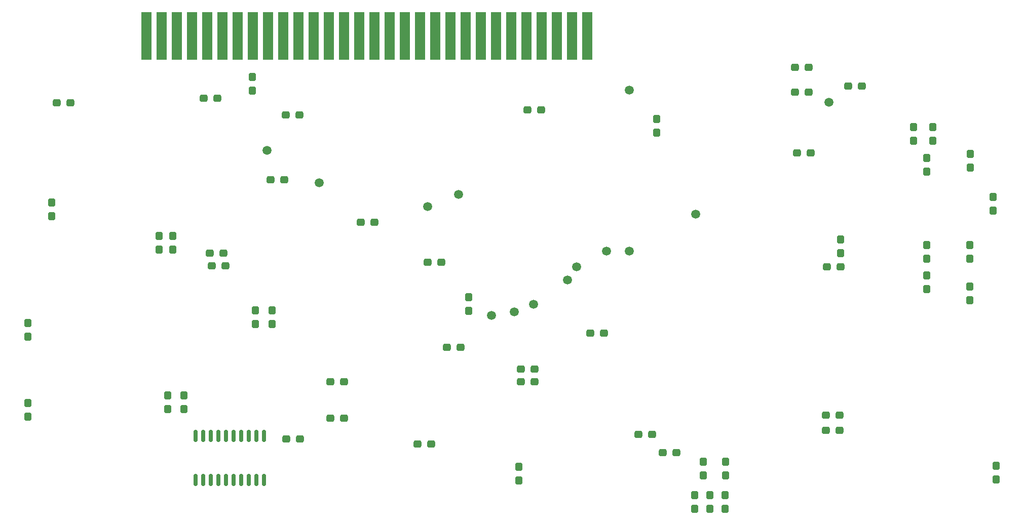
<source format=gbp>
G04 #@! TF.GenerationSoftware,KiCad,Pcbnew,7.0.2-0*
G04 #@! TF.CreationDate,2023-08-03T14:12:31+02:00*
G04 #@! TF.ProjectId,MegaCD,4d656761-4344-42e6-9b69-6361645f7063,rev?*
G04 #@! TF.SameCoordinates,Original*
G04 #@! TF.FileFunction,Paste,Bot*
G04 #@! TF.FilePolarity,Positive*
%FSLAX46Y46*%
G04 Gerber Fmt 4.6, Leading zero omitted, Abs format (unit mm)*
G04 Created by KiCad (PCBNEW 7.0.2-0) date 2023-08-03 14:12:31*
%MOMM*%
%LPD*%
G01*
G04 APERTURE LIST*
G04 Aperture macros list*
%AMRoundRect*
0 Rectangle with rounded corners*
0 $1 Rounding radius*
0 $2 $3 $4 $5 $6 $7 $8 $9 X,Y pos of 4 corners*
0 Add a 4 corners polygon primitive as box body*
4,1,4,$2,$3,$4,$5,$6,$7,$8,$9,$2,$3,0*
0 Add four circle primitives for the rounded corners*
1,1,$1+$1,$2,$3*
1,1,$1+$1,$4,$5*
1,1,$1+$1,$6,$7*
1,1,$1+$1,$8,$9*
0 Add four rect primitives between the rounded corners*
20,1,$1+$1,$2,$3,$4,$5,0*
20,1,$1+$1,$4,$5,$6,$7,0*
20,1,$1+$1,$6,$7,$8,$9,0*
20,1,$1+$1,$8,$9,$2,$3,0*%
G04 Aperture macros list end*
%ADD10RoundRect,0.255319X-0.394681X-0.344681X0.394681X-0.344681X0.394681X0.344681X-0.394681X0.344681X0*%
%ADD11RoundRect,0.255319X0.344681X-0.394681X0.344681X0.394681X-0.344681X0.394681X-0.344681X-0.394681X0*%
%ADD12RoundRect,0.255319X-0.344681X0.394681X-0.344681X-0.394681X0.344681X-0.394681X0.344681X0.394681X0*%
%ADD13RoundRect,0.255319X0.394681X0.344681X-0.394681X0.344681X-0.394681X-0.344681X0.394681X-0.344681X0*%
%ADD14R,1.778000X8.000000*%
%ADD15C,1.500000*%
%ADD16RoundRect,0.150000X0.150000X-0.875000X0.150000X0.875000X-0.150000X0.875000X-0.150000X-0.875000X0*%
G04 APERTURE END LIST*
D10*
X93345000Y-61214000D03*
X95631000Y-61214000D03*
X201041000Y-59182000D03*
X203327000Y-59182000D03*
X197358000Y-116713000D03*
X199644000Y-116713000D03*
X197358000Y-114173000D03*
X199644000Y-114173000D03*
D11*
X225806000Y-124968000D03*
X225806000Y-122682000D03*
X225298000Y-79994000D03*
X225298000Y-77708000D03*
D10*
X197485000Y-89408000D03*
X199771000Y-89408000D03*
X133985000Y-102870000D03*
X136271000Y-102870000D03*
D12*
X137668000Y-94488000D03*
X137668000Y-96774000D03*
D10*
X107111800Y-63982600D03*
X109397800Y-63982600D03*
D13*
X149733000Y-63119000D03*
X147447000Y-63119000D03*
X96647000Y-87096600D03*
X94361000Y-87096600D03*
X97002600Y-89230200D03*
X94716600Y-89230200D03*
D11*
X101981000Y-98933000D03*
X101981000Y-96647000D03*
D12*
X104775000Y-96647000D03*
X104775000Y-98933000D03*
D13*
X106807000Y-74803000D03*
X104521000Y-74803000D03*
D12*
X85928200Y-84201000D03*
X85928200Y-86487000D03*
D10*
X165989000Y-117373400D03*
X168275000Y-117373400D03*
D13*
X121869200Y-81965800D03*
X119583200Y-81965800D03*
D10*
X157937200Y-100457000D03*
X160223200Y-100457000D03*
X107162600Y-118186200D03*
X109448600Y-118186200D03*
D12*
X90043000Y-110871000D03*
X90043000Y-113157000D03*
X64008000Y-98806000D03*
X64008000Y-101092000D03*
X64008000Y-112141000D03*
X64008000Y-114427000D03*
X87376000Y-110871000D03*
X87376000Y-113157000D03*
D11*
X67945000Y-80899000D03*
X67945000Y-78613000D03*
D10*
X68834000Y-61976000D03*
X71120000Y-61976000D03*
D12*
X88163400Y-84201000D03*
X88163400Y-86487000D03*
D11*
X214198200Y-93091000D03*
X214198200Y-90805000D03*
X214198200Y-73431400D03*
X214198200Y-71145400D03*
X221361000Y-94996000D03*
X221361000Y-92710000D03*
X221488000Y-72792500D03*
X221488000Y-70506500D03*
X221361000Y-88011000D03*
X221361000Y-85725000D03*
D12*
X215163400Y-66040000D03*
X215163400Y-68326000D03*
X214198200Y-85775800D03*
X214198200Y-88061800D03*
X211963000Y-66040000D03*
X211963000Y-68326000D03*
D10*
X192532000Y-70358000D03*
X194818000Y-70358000D03*
D11*
X199771000Y-87122000D03*
X199771000Y-84836000D03*
D13*
X116840000Y-108635800D03*
X114554000Y-108635800D03*
D10*
X146329400Y-106451400D03*
X148615400Y-106451400D03*
D13*
X116840000Y-114731800D03*
X114554000Y-114731800D03*
D10*
X170053000Y-120421400D03*
X172339000Y-120421400D03*
D11*
X180568600Y-124231400D03*
X180568600Y-121945400D03*
D12*
X177927000Y-127533400D03*
X177927000Y-129819400D03*
D11*
X180467000Y-129819400D03*
X180467000Y-127533400D03*
D13*
X194437000Y-56007000D03*
X192151000Y-56007000D03*
D11*
X146024600Y-125145800D03*
X146024600Y-122859800D03*
D10*
X146329400Y-108635800D03*
X148615400Y-108635800D03*
D11*
X176809400Y-124231400D03*
X176809400Y-121945400D03*
X175387000Y-129819400D03*
X175387000Y-127533400D03*
D12*
X101473000Y-57658000D03*
X101473000Y-59944000D03*
D11*
X169037000Y-66929000D03*
X169037000Y-64643000D03*
D10*
X130810000Y-88646000D03*
X133096000Y-88646000D03*
D13*
X194437000Y-60198000D03*
X192151000Y-60198000D03*
X131394200Y-118999000D03*
X129108200Y-118999000D03*
D14*
X157480000Y-50800000D03*
X154940000Y-50800000D03*
X152400000Y-50800000D03*
X149860000Y-50800000D03*
X147320000Y-50800000D03*
X144780000Y-50800000D03*
X142240000Y-50800000D03*
X139700000Y-50800000D03*
X137160000Y-50800000D03*
X134620000Y-50800000D03*
X132080000Y-50800000D03*
X129540000Y-50800000D03*
X127000000Y-50800000D03*
X124460000Y-50800000D03*
X121920000Y-50800000D03*
X119380000Y-50800000D03*
X116840000Y-50800000D03*
X114300000Y-50800000D03*
X111760000Y-50800000D03*
X109220000Y-50800000D03*
X106680000Y-50800000D03*
X104140000Y-50800000D03*
X101600000Y-50800000D03*
X99060000Y-50800000D03*
X96520000Y-50800000D03*
X93980000Y-50800000D03*
X91440000Y-50800000D03*
X88900000Y-50800000D03*
X86360000Y-50800000D03*
X83820000Y-50800000D03*
D15*
X175590200Y-80568800D03*
X135966200Y-77241400D03*
X164515800Y-86791800D03*
X141478000Y-97536000D03*
X112649000Y-75311000D03*
X164465000Y-59867800D03*
D16*
X103454200Y-125044200D03*
X102184200Y-125044200D03*
X100914200Y-125044200D03*
X99644200Y-125044200D03*
X98374200Y-125044200D03*
X97104200Y-125044200D03*
X95834200Y-125044200D03*
X94564200Y-125044200D03*
X93294200Y-125044200D03*
X92024200Y-125044200D03*
X92024200Y-117678200D03*
X93294200Y-117678200D03*
X94564200Y-117678200D03*
X95834200Y-117678200D03*
X97104200Y-117678200D03*
X98374200Y-117678200D03*
X99644200Y-117678200D03*
X100914200Y-117678200D03*
X102184200Y-117678200D03*
X103454200Y-117678200D03*
D15*
X154178000Y-91567000D03*
X197866000Y-61849000D03*
X103911400Y-69875400D03*
X160655000Y-86791800D03*
X148463000Y-95631000D03*
X130784600Y-79324200D03*
X145288000Y-96901000D03*
X155702000Y-89408000D03*
M02*

</source>
